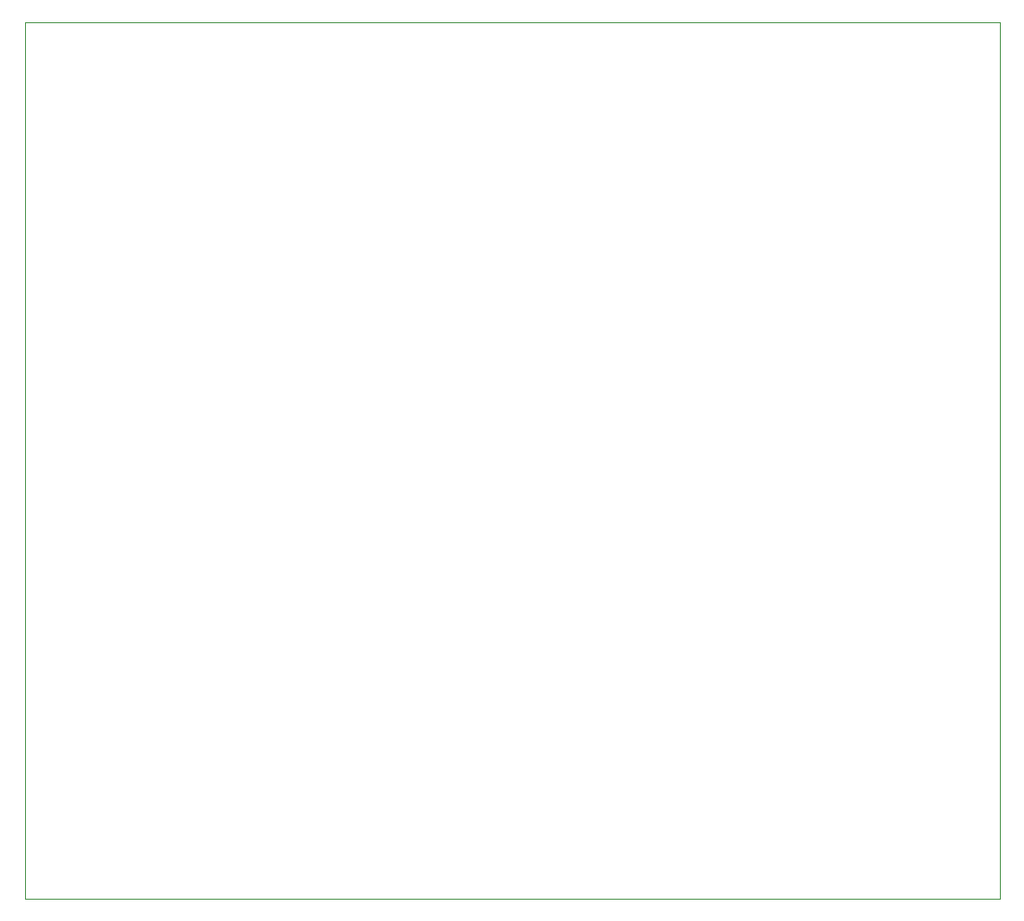
<source format=gm1>
G04 #@! TF.GenerationSoftware,KiCad,Pcbnew,5.1.4*
G04 #@! TF.CreationDate,2019-11-04T19:33:23+01:00*
G04 #@! TF.ProjectId,fan-controller,66616e2d-636f-46e7-9472-6f6c6c65722e,1.0*
G04 #@! TF.SameCoordinates,Original*
G04 #@! TF.FileFunction,Profile,NP*
%FSLAX46Y46*%
G04 Gerber Fmt 4.6, Leading zero omitted, Abs format (unit mm)*
G04 Created by KiCad (PCBNEW 5.1.4) date 2019-11-04 19:33:23*
%MOMM*%
%LPD*%
G04 APERTURE LIST*
%ADD10C,0.050000*%
G04 APERTURE END LIST*
D10*
X90000000Y-63000000D02*
X90000000Y-143000000D01*
X90000000Y-143000000D02*
X179000000Y-143000000D01*
X179000000Y-63000000D02*
X179000000Y-143000000D01*
X90000000Y-63000000D02*
X179000000Y-63000000D01*
M02*

</source>
